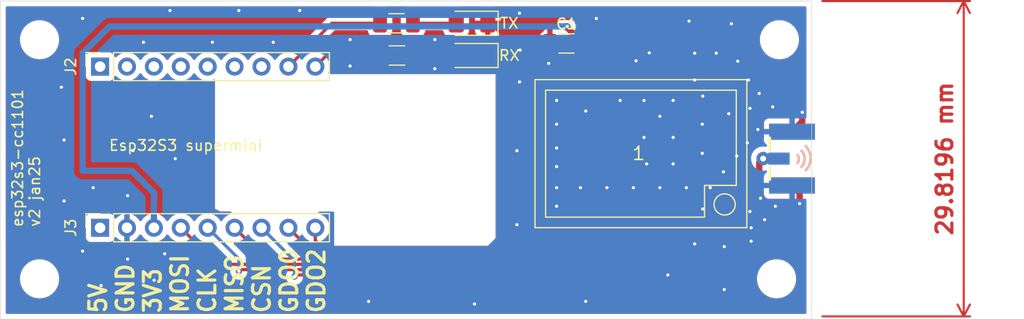
<source format=kicad_pcb>
(kicad_pcb (version 20240108) (generator "pcbnew") (generator_version "8.0")
  (layers (0 "F.Cu" signal) (31 "B.Cu" signal) (34 "B.Paste" user) (35 "F.Paste" user) (36 "B.SilkS" user "B.Silkscreen") (37 "F.SilkS" user "F.Silkscreen") (38 "B.Mask" user) (39 "F.Mask" user) (44 "Edge.Cuts" user))
  (net 0 "")
  (net 1 "/MISO")
  (net 2 "/GND")
  (net 3 "/GDO0")
  (net 4 "/GDO2")
  (net 5 "/CSN")
  (net 6 "/ANT")
  (net 7 "/MOSI")
  (net 8 "/SCK")
  (net 9 "Net-(D1-A)")
  (net 10 "Net-(D2-A)")
  (net 11 "/RX")
  (net 12 "/TX")
  (net 21 "/VCC")
  (footprint "MountingHole:MountingHole_3.2mm_M3" (layer "F.Cu") (at 121.285 48.26)
    (property "Reference" "H3" (hide yes))
    (property "Value" "MountingHole" (hide yes))
    (pad "" np_thru_hole circle (at 0 0) (size 3.2 3.2) (drill 3.2) (layers "*.Cu" "*.Mask"))
  )
  (footprint "CC1101-E07-PI:SMA_PAD" (layer "F.Cu") (at 122.2855 59.5)
    (property "Reference" "J$1" (hide yes))
    (property "Value" "~" (hide yes))
    (fp_arc (start 0.7112 -0.3429) (mid 0.83015 0.0381) (end 0.7112 0.4191) (stroke (width 0.254)) (layer "B.SilkS"))
    (fp_arc (start 1.0795 -0.7493) (mid 1.37508 0.012701) (end 1.079499 0.774701) (stroke (width 0.254)) (layer "B.SilkS"))
    (fp_arc (start 1.4732 -1.1811) (mid 1.946646 -0.038099) (end 1.473199 1.104901) (stroke (width 0.254)) (layer "B.SilkS"))
    (fp_line (start -1.905 -1.9685) (end -1.905 -0.8255) (stroke (width 0.254)) (layer "F.SilkS"))
    (fp_line (start -1.905 0.8255) (end -1.905 1.9685) (stroke (width 0.254)) (layer "F.SilkS"))
    (pad "ANT0" smd roundrect (at -1.04875 0) (size 2.032 1.143) (layers "B.Cu" "B.Paste" "B.Mask") (roundrect_rratio 0.05) (net 6 "/ANT"))
    (pad "ANT1" smd roundrect (at -1.30275 0 180) (size 1.524 1.016) (layers "F.Cu" "F.Paste" "F.Mask") (roundrect_rratio 0.1) (net 6 "/ANT"))
    (pad "ANT2" thru_hole circle (at -2.54 0 180) (size 1.27 1.27) (drill 0.5588) (layers "*.Cu" "*.Mask") (net 6 "/ANT"))
    (pad "GND3" smd rect (at 0.1905 2.54) (size 4.318 1.524) (layers "F.Cu" "F.Mask") (net 2 "/GND"))
    (pad "GND4" smd rect (at 0.1905 -2.54) (size 4.318 1.524) (layers "F.Cu" "F.Mask") (net 2 "/GND"))
    (pad "GND5" smd rect (at 0.1905 -2.54 180) (size 4.318 1.524) (layers "B.Cu" "B.Mask") (net 2 "/GND"))
    (pad "GND6" smd rect (at 0.1905 2.54 180) (size 4.318 1.524) (layers "B.Cu" "B.Mask") (net 2 "/GND"))
    (zone (net 0) (net_name "") (layer "F.Cu") (connect_pads (clearance 0)) (min_thickness 0.25)
      (keepout (tracks not_allowed) (vias not_allowed) (pads not_allowed) (copperpour not_allowed) (footprints allowed))
      (fill (thermal_gap 0.5) (thermal_bridge_width 0.5))
      (polygon (pts (xy 123.492 58.6745) (xy 121.714 58.6745) (xy 121.714 60.3255) (xy 123.492 60.3255)))
    )
  )
  (footprint "Resistor_SMD:R_1206_3216Metric_Pad1.30x1.75mm_HandSolder" (layer "F.Cu") (at 85.135 46.702)
    (property "Reference" "R2" (hide yes))
    (property "Value" "220R" (hide yes))
    (fp_line (start -0.727064 -0.91) (end 0.727064 -0.91) (stroke (width 0.12)) (layer "F.SilkS"))
    (fp_line (start -0.727064 0.91) (end 0.727064 0.91) (stroke (width 0.12)) (layer "F.SilkS"))
    (pad "1" smd roundrect (at -1.55 0) (size 1.3 1.75) (layers "F.Cu" "F.Paste" "F.Mask") (roundrect_rratio 0.192308) (net 12 "/TX"))
    (pad "2" smd roundrect (at 1.55 0) (size 1.3 1.75) (layers "F.Cu" "F.Paste" "F.Mask") (roundrect_rratio 0.192308) (net 10 "Net-(D2-A)"))
  )
  (footprint "Connector_PinSocket_2.54mm:PinSocket_1x09_P2.54mm_Vertical" (layer "F.Cu") (at 57.15 66.04 90)
    (property "Reference" "J3" (at 0 -2.77 270) (layer "F.SilkS"))
    (property "Value" "ESP32s3 supermini" (hide yes))
    (fp_line (start 1.33 -1.33) (end 1.33 0) (stroke (width 0.12)) (layer "F.SilkS"))
    (fp_line (start 0 -1.33) (end 1.33 -1.33) (stroke (width 0.12)) (layer "F.SilkS"))
    (fp_line (start 1.33 1.27) (end 1.33 21.65) (stroke (width 0.12)) (layer "F.SilkS"))
    (fp_line (start -1.33 1.27) (end 1.33 1.27) (stroke (width 0.12)) (layer "F.SilkS"))
    (fp_line (start -1.33 1.27) (end -1.33 21.65) (stroke (width 0.12)) (layer "F.SilkS"))
    (fp_line (start -1.33 21.65) (end 1.33 21.65) (stroke (width 0.12)) (layer "F.SilkS"))
    (pad "1" thru_hole rect (at 0 0 90) (size 1.7 1.7) (drill 1) (layers "*.Cu" "*.Mask"))
    (pad "2" thru_hole oval (at 0 2.54 90) (size 1.7 1.7) (drill 1) (layers "*.Cu" "*.Mask") (net 2 "/GND"))
    (pad "3" thru_hole oval (at 0 5.08 90) (size 1.7 1.7) (drill 1) (layers "*.Cu" "*.Mask") (net 21 "/VCC"))
    (pad "4" thru_hole oval (at 0 7.62 90) (size 1.7 1.7) (drill 1) (layers "*.Cu" "*.Mask") (net 7 "/MOSI"))
    (pad "5" thru_hole oval (at 0 10.16 90) (size 1.7 1.7) (drill 1) (layers "*.Cu" "*.Mask") (net 8 "/SCK"))
    (pad "6" thru_hole oval (at 0 12.7 90) (size 1.7 1.7) (drill 1) (layers "*.Cu" "*.Mask") (net 1 "/MISO"))
    (pad "7" thru_hole oval (at 0 15.24 90) (size 1.7 1.7) (drill 1) (layers "*.Cu" "*.Mask") (net 5 "/CSN"))
    (pad "8" thru_hole oval (at 0 17.78 90) (size 1.7 1.7) (drill 1) (layers "*.Cu" "*.Mask") (net 3 "/GDO0"))
    (pad "9" thru_hole oval (at 0 20.32 90) (size 1.7 1.7) (drill 1) (layers "*.Cu" "*.Mask") (net 4 "/GDO2"))
  )
  (footprint "LED_SMD:LED_1206_3216Metric_Pad1.42x1.75mm_HandSolder" (layer "F.Cu") (at 92.2625 46.702 180)
    (property "Reference" "D2" (hide yes))
    (property "Value" "TX" (at -3.5195 0 180) (layer "F.SilkS"))
    (fp_line (start 1.6 -1.135) (end -2.46 -1.135) (stroke (width 0.12)) (layer "F.SilkS"))
    (fp_line (start -2.46 1.135) (end 1.6 1.135) (stroke (width 0.12)) (layer "F.SilkS"))
    (fp_line (start -2.46 -1.135) (end -2.46 1.135) (stroke (width 0.12)) (layer "F.SilkS"))
    (pad "1" smd roundrect (at -1.4875 0 180) (size 1.425 1.75) (layers "F.Cu" "F.Paste" "F.Mask") (roundrect_rratio 0.175439) (net 2 "/GND"))
    (pad "2" smd roundrect (at 1.4875 0 180) (size 1.425 1.75) (layers "F.Cu" "F.Paste" "F.Mask") (roundrect_rratio 0.175439) (net 10 "Net-(D2-A)"))
  )
  (footprint "MountingHole:MountingHole_3.2mm_M3" (layer "F.Cu") (at 51.435 70.866)
    (property "Reference" "H2" (hide yes))
    (property "Value" "MountingHole" (hide yes))
    (pad "" np_thru_hole circle (at 0 0) (size 3.2 3.2) (drill 3.2) (layers "*.Cu" "*.Mask"))
  )
  (footprint "LED_SMD:LED_1206_3216Metric_Pad1.42x1.75mm_HandSolder" (layer "F.Cu") (at 92.2625 49.75 180)
    (property "Reference" "D1" (hide yes))
    (property "Value" "RX" (at -3.5195 0 180) (layer "F.SilkS"))
    (fp_line (start 1.6 -1.135) (end -2.46 -1.135) (stroke (width 0.12)) (layer "F.SilkS"))
    (fp_line (start -2.46 1.135) (end 1.6 1.135) (stroke (width 0.12)) (layer "F.SilkS"))
    (fp_line (start -2.46 -1.135) (end -2.46 1.135) (stroke (width 0.12)) (layer "F.SilkS"))
    (pad "1" smd roundrect (at -1.4875 0 180) (size 1.425 1.75) (layers "F.Cu" "F.Paste" "F.Mask") (roundrect_rratio 0.175439) (net 2 "/GND"))
    (pad "2" smd roundrect (at 1.4875 0 180) (size 1.425 1.75) (layers "F.Cu" "F.Paste" "F.Mask") (roundrect_rratio 0.175439) (net 9 "Net-(D1-A)"))
  )
  (footprint "MountingHole:MountingHole_3.2mm_M3" (layer "F.Cu") (at 51.435 48.26)
    (property "Reference" "H1" (hide yes))
    (property "Value" "MountingHole" (hide yes))
    (pad "" np_thru_hole circle (at 0 0) (size 3.2 3.2) (drill 3.2) (layers "*.Cu" "*.Mask"))
  )
  (footprint "CC1101-E07-PI:E07-900M10S" (layer "F.Cu") (at 98.21 66.032)
    (property "Reference" "1" (at 9.79 -7.032 0) (layer "F.SilkS") (effects (font (size 1.27 1.27))))
    (property "Value" "~")
    (fp_line (start 0 -14) (end 0 0) (stroke (width 0.127)) (layer "F.SilkS"))
    (fp_line (start 0 0) (end 20 0) (stroke (width 0.127)) (layer "F.SilkS"))
    (fp_line (start 1 -13) (end 19 -13) (stroke (width 0.127)) (layer "F.SilkS"))
    (fp_line (start 1 -1) (end 1 -13) (stroke (width 0.127)) (layer "F.SilkS"))
    (fp_line (start 16 -4) (end 16 -1) (stroke (width 0.127)) (layer "F.SilkS"))
    (fp_line (start 16 -1) (end 1 -1) (stroke (width 0.127)) (layer "F.SilkS"))
    (fp_line (start 19 -13) (end 19 -4) (stroke (width 0.127)) (layer "F.SilkS"))
    (fp_line (start 19 -4) (end 16 -4) (stroke (width 0.127)) (layer "F.SilkS"))
    (fp_line (start 20 -14) (end 0 -14) (stroke (width 0.127)) (layer "F.SilkS"))
    (fp_line (start 20 0) (end 20 -14) (stroke (width 0.127)) (layer "F.SilkS"))
    (fp_circle (center 17.9 -2.2) (end 18.9 -2.2) (stroke (width 0.127)) (fill none) (layer "F.SilkS"))
    (pad "1" smd rect (at 19 -14 90) (size 1.27 0.8) (layers "F.Cu" "F.Paste" "F.Mask") (net 2 "/GND"))
    (pad "2" smd rect (at 17.73 -14 90) (size 1.27 0.8) (layers "F.Cu" "F.Paste" "F.Mask") (net 2 "/GND"))
    (pad "3" smd rect (at 16.46 -14 90) (size 1.27 0.8) (layers "F.Cu" "F.Paste" "F.Mask") (net 2 "/GND"))
    (pad "4" smd rect (at 10.89 -14 90) (size 1.27 0.8) (layers "F.Cu" "F.Paste" "F.Mask") (net 2 "/GND"))
    (pad "5" smd rect (at 9.62 -14 90) (size 1.27 0.8) (layers "F.Cu" "F.Paste" "F.Mask") (net 2 "/GND"))
    (pad "6" smd rect (at 8.35 -14 90) (size 1.27 0.8) (layers "F.Cu" "F.Paste" "F.Mask"))
    (pad "7" smd rect (at 7.08 -14 90) (size 1.27 0.8) (layers "F.Cu" "F.Paste" "F.Mask"))
    (pad "8" smd rect (at 5.81 -14 90) (size 1.27 0.8) (layers "F.Cu" "F.Paste" "F.Mask"))
    (pad "9" smd rect (at 4.54 -14 90) (size 1.27 0.8) (layers "F.Cu" "F.Paste" "F.Mask") (net 21 "/VCC"))
    (pad "10" smd rect (at 3.27 -14 90) (size 1.27 0.8) (layers "F.Cu" "F.Paste" "F.Mask"))
    (pad "11" smd rect (at 2 -14 90) (size 1.27 0.8) (layers "F.Cu" "F.Paste" "F.Mask") (net 2 "/GND"))
    (pad "12" smd rect (at 2 0 90) (size 1.27 0.8) (layers "F.Cu" "F.Paste" "F.Mask") (net 2 "/GND"))
    (pad "13" smd rect (at 3.27 0 90) (size 1.27 0.8) (layers "F.Cu" "F.Paste" "F.Mask"))
    (pad "14" smd rect (at 4.54 0 90) (size 1.27 0.8) (layers "F.Cu" "F.Paste" "F.Mask") (net 4 "/GDO2"))
    (pad "15" smd rect (at 5.81 0 90) (size 1.27 0.8) (layers "F.Cu" "F.Paste" "F.Mask") (net 3 "/GDO0"))
    (pad "16" smd rect (at 7.08 0 90) (size 1.27 0.8) (layers "F.Cu" "F.Paste" "F.Mask") (net 1 "/MISO"))
    (pad "17" smd rect (at 8.35 0 90) (size 1.27 0.8) (layers "F.Cu" "F.Paste" "F.Mask") (net 7 "/MOSI"))
    (pad "18" smd rect (at 9.62 0 90) (size 1.27 0.8) (layers "F.Cu" "F.Paste" "F.Mask") (net 8 "/SCK"))
    (pad "19" smd rect (at 10.89 0 90) (size 1.27 0.8) (layers "F.Cu" "F.Paste" "F.Mask") (net 5 "/CSN"))
    (pad "20" smd rect (at 16.46 0 90) (size 1.27 0.8) (layers "F.Cu" "F.Paste" "F.Mask") (net 2 "/GND"))
    (pad "21" smd rect (at 17.73 0 90) (size 1.27 0.8) (layers "F.Cu" "F.Paste" "F.Mask") (net 6 "/ANT"))
    (pad "22" smd rect (at 19 0 90) (size 1.27 0.8) (layers "F.Cu" "F.Paste" "F.Mask") (net 2 "/GND"))
  )
  (footprint "Resistor_SMD:R_1206_3216Metric_Pad1.30x1.75mm_HandSolder" (layer "F.Cu") (at 85.187 49.75)
    (property "Reference" "R1" (hide yes))
    (property "Value" "220R" (hide yes))
    (fp_line (start -0.727064 -0.91) (end 0.727064 -0.91) (stroke (width 0.12)) (layer "F.SilkS"))
    (fp_line (start -0.727064 0.91) (end 0.727064 0.91) (stroke (width 0.12)) (layer "F.SilkS"))
    (pad "1" smd roundrect (at -1.55 0) (size 1.3 1.75) (layers "F.Cu" "F.Paste" "F.Mask") (roundrect_rratio 0.192308) (net 11 "/RX"))
    (pad "2" smd roundrect (at 1.55 0) (size 1.3 1.75) (layers "F.Cu" "F.Paste" "F.Mask") (roundrect_rratio 0.192308) (net 9 "Net-(D1-A)"))
  )
  (footprint "Connector_PinSocket_2.54mm:PinSocket_1x09_P2.54mm_Vertical" (layer "F.Cu") (at 57.15 50.8 90)
    (property "Reference" "J2" (at 0 -2.77 270) (layer "F.SilkS"))
    (property "Value" "Esp32S3 supermini" (at -7.45 8.1 0) (layer "F.SilkS"))
    (fp_line (start 1.33 -1.33) (end 1.33 0) (stroke (width 0.12)) (layer "F.SilkS"))
    (fp_line (start 0 -1.33) (end 1.33 -1.33) (stroke (width 0.12)) (layer "F.SilkS"))
    (fp_line (start 1.33 1.27) (end 1.33 21.65) (stroke (width 0.12)) (layer "F.SilkS"))
    (fp_line (start -1.33 1.27) (end 1.33 1.27) (stroke (width 0.12)) (layer "F.SilkS"))
    (fp_line (start -1.33 1.27) (end -1.33 21.65) (stroke (width 0.12)) (layer "F.SilkS"))
    (fp_line (start -1.33 21.65) (end 1.33 21.65) (stroke (width 0.12)) (layer "F.SilkS"))
    (pad "1" thru_hole rect (at 0 0 90) (size 1.7 1.7) (drill 1) (layers "*.Cu" "*.Mask"))
    (pad "2" thru_hole oval (at 0 2.54 90) (size 1.7 1.7) (drill 1) (layers "*.Cu" "*.Mask"))
    (pad "3" thru_hole oval (at 0 5.08 90) (size 1.7 1.7) (drill 1) (layers "*.Cu" "*.Mask"))
    (pad "4" thru_hole oval (at 0 7.62 90) (size 1.7 1.7) (drill 1) (layers "*.Cu" "*.Mask"))
    (pad "5" thru_hole oval (at 0 10.16 90) (size 1.7 1.7) (drill 1) (layers "*.Cu" "*.Mask"))
    (pad "6" thru_hole oval (at 0 12.7 90) (size 1.7 1.7) (drill 1) (layers "*.Cu" "*.Mask"))
    (pad "7" thru_hole oval (at 0 15.24 90) (size 1.7 1.7) (drill 1) (layers "*.Cu" "*.Mask"))
    (pad "8" thru_hole oval (at 0 17.78 90) (size 1.7 1.7) (drill 1) (layers "*.Cu" "*.Mask") (net 12 "/TX"))
    (pad "9" thru_hole oval (at 0 20.32 90) (size 1.7 1.7) (drill 1) (layers "*.Cu" "*.Mask") (net 11 "/RX"))
  )
  (footprint "MountingHole:MountingHole_3.2mm_M3" (layer "F.Cu") (at 121.014 70.866)
    (property "Reference" "H4" (hide yes))
    (property "Value" "MountingHole" (hide yes))
    (pad "" np_thru_hole circle (at 0 0) (size 3.2 3.2) (drill 3.2) (layers "*.Cu" "*.Mask"))
  )
  (footprint "Capacitor_SMD:C_1206_3216Metric_Pad1.33x1.80mm_HandSolder" (layer "F.Cu") (at 101.1805 48.61)
    (property "Reference" "C1" (at 0 -1.85 0) (layer "F.SilkS"))
    (property "Value" "100 nF" (hide yes))
    (fp_line (start -0.711252 -0.91) (end 0.711252 -0.91) (stroke (width 0.12)) (layer "F.SilkS"))
    (fp_line (start -0.711252 0.91) (end 0.711252 0.91) (stroke (width 0.12)) (layer "F.SilkS"))
    (pad "1" smd roundrect (at -1.5625 0) (size 1.325 1.8) (layers "F.Cu" "F.Paste" "F.Mask") (roundrect_rratio 0.188679) (net 2 "/GND"))
    (pad "2" smd roundrect (at 1.5625 0) (size 1.325 1.8) (layers "F.Cu" "F.Paste" "F.Mask") (roundrect_rratio 0.188679) (net 21 "/VCC"))
  )
  (gr_rect (start 47.7266 44.6024) (end 124.333 74.676) (stroke (width 0.05)) (fill none) (layer "Edge.Cuts"))
  (gr_text "5V\nGND\n3V3\nMOSI\nCLK\nMISO\nCSN\nGDO0\nGDO2" (at 78.5 74.25 90) (layer "F.SilkS") (effects (font (size 1.6 1.5) (thickness 0.3) (bold yes)) (justify left bottom)))
  (gr_text "esp32s3-cc1101\nv2 jan25" (at 51.562 66.04 90) (layer "F.SilkS") (effects (font (size 1 1)) (justify left bottom)))
  (dimension (type aligned) (layer "F.Cu") (pts (xy 124.841 74.422) (xy 124.841 44.6024)) (height 13.843) (gr_text "29,8196 mm" (at 136.884 59.5122 90) (layer "F.Cu") (effects (font (size 1.5 1.5) (thickness 0.3)))) (format (prefix "") (suffix "") (units 3) (units_format 1) (precision 4)) (style (thickness 0.2) (arrow_length 1.27) (text_position_mode 0) (extension_height 0.58642) (extension_offset 0.5) keep_text_aligned))
  (segment (start 72.81 69) (end 69.85 66.04) (width 0.3) (layer "F.Cu") (net 1))
  (segment (start 103.257 69) (end 72.81 69) (width 0.3) (layer "F.Cu") (net 1))
  (segment (start 105.29 66.032) (end 105.29 66.967) (width 0.3) (layer "F.Cu") (net 1))
  (segment (start 105.29 66.967) (end 103.257 69) (width 0.3) (layer "F.Cu") (net 1))
  (segment (start 103.886 46.228) (end 103.904 46.21) (width 0.6) (layer "F.Cu") (net 2))
  (segment (start 109.1 49.53) (end 113.284 49.53) (width 0.6) (layer "F.Cu") (net 2))
  (segment (start 115.316 49.53) (end 115.824 50.038) (width 0.6) (layer "F.Cu") (net 2))
  (segment (start 116.078 71.882) (end 117.21 70.75) (width 0.6) (layer "F.Cu") (net 2))
  (segment (start 103.886 46.228) (end 103.758 46.1) (width 0.6) (layer "F.Cu") (net 2))
  (segment (start 94.258 49.242) (end 93.75 49.75) (width 0.6) (layer "F.Cu") (net 2))
  (segment (start 109.1 49.53) (end 109.1 52.032) (width 0.6) (layer "F.Cu") (net 2))
  (segment (start 99.618 50.618) (end 99.618 51.44) (width 0.6) (layer "F.Cu") (net 2))
  (segment (start 99.5 50.5) (end 99.618 50.618) (width 0.6) (layer "F.Cu") (net 2))
  (segment (start 96.798 49.242) (end 94.258 49.242) (width 0.6) (layer "F.Cu") (net 2))
  (segment (start 114.67 51.192) (end 114.67 52.032) (width 0.6) (layer "F.Cu") (net 2))
  (segment (start 116.078 71.882) (end 114.67 70.474) (width 0.6) (layer "F.Cu") (net 2))
  (segment (start 103.96 46.21) (end 104 46.25) (width 0.6) (layer "F.Cu") (net 2))
  (segment (start 103.758 46.1) (end 99.94 46.1) (width 0.6) (layer "F.Cu") (net 2))
  (segment (start 103.904 46.21) (end 103.96 46.21) (width 0.6) (layer "F.Cu") (net 2))
  (segment (start 123.19 62.754) (end 122.476 62.04) (width 0.6) (layer "F.Cu") (net 2))
  (segment (start 117.348 50.292) (end 117.21 50.43) (width 0.6) (layer "F.Cu") (net 2))
  (segment (start 115.94 50.154) (end 117.21 50.154) (width 0.6) (layer "F.Cu") (net 2))
  (segment (start 117.21 50.154) (end 117.348 50.292) (width 0.6) (layer "F.Cu") (net 2))
  (segment (start 109 49.5) (end 109.1 49.53) (width 0.6) (layer "F.Cu") (net 2))
  (segment (start 109.1 47.632) (end 109 49.5) (width 0.6) (layer "F.Cu") (net 2))
  (segment (start 117.21 50.43) (end 117.21 52.032) (width 0.6) (layer "F.Cu") (net 2))
  (segment (start 99.618 48.61) (end 99.618 50.382) (width 0.6) (layer "F.Cu") (net 2))
  (segment (start 115.94 50.154) (end 115.94 52.032) (width 0.6) (layer "F.Cu") (net 2))
  (segment (start 113.284 49.53) (end 115.316 49.53) (width 0.6) (layer "F.Cu") (net 2))
  (segment (start 115.824 50.038) (end 115.94 50.154) (width 0.6) (layer "F.Cu") (net 2))
  (segment (start 94.258 46.702) (end 96.798 49.242) (width 0.6) (layer "F.Cu") (net 2))
  (segment (start 117.21 70.75) (end 117.21 66.032) (width 0.6) (layer "F.Cu") (net 2))
  (segment (start 107.83 52.032) (end 109.1 52.032) (width 0.6) (layer "F.Cu") (net 2))
  (segment (start 99.94 46.1) (end 96.798 49.242) (width 0.6) (layer "F.Cu") (net 2))
  (segment (start 123.444 55.992) (end 122.476 56.96) (width 0.6) (layer "F.Cu") (net 2))
  (segment (start 99.618 51.44) (end 100.21 52.032) (width 0.6) (layer "F.Cu") (net 2))
  (segment (start 104 46.25) (end 104.04 46.21) (width 0.6) (layer "F.Cu") (net 2))
  (segment (start 93.75 46.702) (end 94.258 46.702) (width 0.6) (layer "F.Cu") (net 2))
  (segment (start 123.19 63.754) (end 123.19 62.754) (width 0.6) (layer "F.Cu") (net 2))
  (segment (start 115.824 50.038) (end 114.67 51.192) (width 0.6) (layer "F.Cu") (net 2))
  (segment (start 99.618 48.61) (end 97.43 48.61) (width 0.6) (layer "F.Cu") (net 2))
  (segment (start 114.67 70.474) (end 114.67 66.032) (width 0.6) (layer "F.Cu") (net 2))
  (segment (start 104.04 46.21) (end 107.678 46.21) (width 0.6) (layer "F.Cu") (net 2))
  (segment (start 107.678 46.21) (end 109.1 47.632) (width 0.6) (layer "F.Cu") (net 2))
  (segment (start 123.444 55.118) (end 123.444 55.992) (width 0.6) (layer "F.Cu") (net 2))
  (segment (start 99.618 50.382) (end 99.5 50.5) (width 0.6) (layer "F.Cu") (net 2))
  (segment (start 97.43 48.61) (end 96.798 49.242) (width 0.6) (layer "F.Cu") (net 2))
  (via (at 59.75 63) (size 0.6) (drill 0.3) (layers "F.Cu" "B.Cu") (net 2))
  (via (at 100.25 58.5) (size 0.6) (drill 0.3) (layers "F.Cu" "B.Cu") (net 2))
  (via (at 61.25 48.5) (size 0.6) (drill 0.3) (layers "F.Cu" "B.Cu") (net 2))
  (via (at 108.75 60) (size 0.6) (drill 0.3) (layers "F.Cu" "B.Cu") (net 2))
  (via (at 103 55) (size 0.6) (drill 0.3) (layers "F.Cu" "B.Cu") (net 2))
  (via (at 107.75 50.25) (size 0.6) (drill 0.3) (layers "F.Cu" "B.Cu") (net 2))
  (via (at 62 55.5) (size 0.6) (drill 0.3) (layers "F.Cu" "B.Cu") (net 2))
  (via (at 108.5 57.5) (size 0.6) (drill 0.3) (layers "F.Cu" "B.Cu") (net 2))
  (via (at 100.25 62.25) (size 0.6) (drill 0.3) (layers "F.Cu" "B.Cu") (net 2))
  (via (at 73.5 48.5) (size 0.6) (drill 0.3) (layers "F.Cu" "B.Cu") (net 2))
  (via (at 106.25 54) (size 0.6) (drill 0.3) (layers "F.Cu" "B.Cu") (net 2))
  (via (at 96.798 49.242) (size 0.6) (drill 0.3) (layers "F.Cu" "B.Cu") (net 2))
  (via (at 114 56.25) (size 0.6) (drill 0.3) (layers "F.Cu" "B.Cu") (net 2))
  (via (at 110 55.5) (size 0.6) (drill 0.3) (layers "F.Cu" "B.Cu") (net 2))
  (via (at 118.25 58) (size 0.6) (drill 0.3) (layers "F.Cu" "B.Cu") (net 2))
  (via (at 117.25 59.25) (size 0.6) (drill 0.3) (layers "F.Cu" "B.Cu") (net 2))
  (via (at 119.5 63.25) (size 0.6) (drill 0.3) (layers "F.Cu" "B.Cu") (net 2))
  (via (at 114.046 64.262) (size 0.6) (drill 0.3) (layers "F.Cu" "B.Cu") (net 2))
  (via (at 100.25 60.25) (size 0.6) (drill 0.3) (layers "F.Cu" "B.Cu") (net 2))
  (via (at 57.25 71.5) (size 0.6) (drill 0.3) (layers "F.Cu" "B.Cu") (net 2))
  (via (at 80.75 48.25) (size 0.6) (drill 0.3) (layers "F.Cu" "B.Cu") (net 2))
  (via (at 70.25 45.5) (size 0.6) (drill 0.3) (layers "F.Cu" "B.Cu") (net 2))
  (via (at 113.284 67.564) (size 0.6) (drill 0.3) (layers "F.Cu" "B.Cu") (net 2))
  (via (at 99.5 50.5) (size 0.6) (drill 0.3) (layers "F.Cu" "B.Cu") (net 2))
  (via (at 116 60.75) (size 0.6) (drill 0.3) (layers "F.Cu" "B.Cu") (net 2))
  (via (at 88.75 51) (size 0.6) (drill 0.3) (layers "F.Cu" "B.Cu") (net 2))
  (via (at 107.5 62.25) (size 0.6) (drill 0.3) (layers "F.Cu" "B.Cu") (net 2))
  (via (at 116.5 55.25) (size 0.6) (drill 0.3) (layers "F.Cu" "B.Cu") (net 2))
  (via (at 110.75 70.5) (size 0.6) (drill 0.3) (layers "F.Cu" "B.Cu") (net 2))
  (via (at 96.75 45.75) (size 0.6) (drill 0.3) (layers "F.Cu" "B.Cu") (net 2))
  (via (at 105 62.25) (size 0.6) (drill 0.3) (layers "F.Cu" "B.Cu") (net 2))
  (via (at 76 45.5) (size 0.6) (drill 0.3) (layers "F.Cu" "B.Cu") (net 2))
  (via (at 53.75 57.75) (size 0.6) (drill 0.3) (layers "F.Cu" "B.Cu") (net 2))
  (via (at 112.5 62.25) (size 0.6) (drill 0.3) (layers "F.Cu" "B.Cu") (net 2))
  (via (at 114 59) (size 0.6) (drill 0.3) (layers "F.Cu" "B.Cu") (net 2))
  (via (at 115.316 49.53) (size 0.6) (drill 0.3) (layers "F.Cu" "B.Cu") (net 2))
  (via (at 100.25 64) (size 0.6) (drill 0.3) (layers "F.Cu" "B.Cu") (net 2))
  (via (at 116.75 46.75) (size 0.6) (drill 0.3) (layers "F.Cu" "B.Cu") (net 2))
  (via (at 120.904 64.008) (size 0.6) (drill 0.3) (layers "F.Cu" "B.Cu") (net 2))
  (via (at 55.5 46.25) (size 0.6) (drill 0.3) (layers "F.Cu" "B.Cu") (net 2))
  (via (at 118.618 66.04) (size 0.6) (drill 0.3) (layers "F.Cu" "B.Cu") (net 2))
  (via (at 55.5 68.25) (size 0.6) (drill 0.3) (layers "F.Cu" "B.Cu") (net 2))
  (via (at 113.284 52.07) (size 0.6) (drill 0.3) (layers "F.Cu" "B.Cu") (net 2))
  (via (at 114.75 62.25) (size 0.6) (drill 0.3) (layers "F.Cu" "B.Cu") (net 2))
  (via (at 100.25 54) (size 0.6) (drill 0.3) (layers "F.Cu" "B.Cu") (net 2))
  (via (at 82.5 73) (size 0.6) (drill 0.3) (layers "F.Cu" "B.Cu") (net 2))
  (via (at 103 73) (size 0.6) (drill 0.3) (layers "F.Cu" "B.Cu") (net 2))
  (via (at 119.888 65.278) (size 0.6) (drill 0.3) (layers "F.Cu" "B.Cu") (net 2))
  (via (at 116.078 67.818) (size 0.6) (drill 0.3) (layers "F.Cu" "B.Cu") (net 2))
  (via (at 67.75 48.5) (size 0.6) (drill 0.3) (layers "F.Cu" "B.Cu") (net 2))
  (via (at 114.046 53.594) (size 0.6) (drill 0.3) (layers "F.Cu" "B.Cu") (net 2))
  (via (at 113.284 49.53) (size 0.6) (drill 0.3) (layers "F.Cu" "B.Cu") (net 2))
  (via (at 119.38 53.34) (size 0.6) (drill 0.3) (layers "F.Cu" "B.Cu") (net 2))
  (via (at 123.444 55.118) (size 0.6) (drill 0.3) (layers "F.Cu" "B.Cu") (net 2))
  (via (at 118.364 52.07) (size 0.6) (drill 0.3) (layers "F.Cu" "B.Cu") (net 2))
  (via (at 53.75 63.5) (size 0.6) (drill 0.3) (layers "F.Cu" "B.Cu") (net 2))
  (via (at 63.75 45.5) (size 0.6) (drill 0.3) (layers "F.Cu" "B.Cu") (net 2))
  (via (at 53.5 52.75) (size 0.6) (drill 0.3) (layers "F.Cu" "B.Cu") (net 2))
  (via (at 88.75 48.25) (size 0.6) (drill 0.3) (layers "F.Cu" "B.Cu") (net 2))
  (via (at 64.25 59.5) (size 0.6) (drill 0.3) (layers "F.Cu" "B.Cu") (net 2))
  (via (at 123.19 63.754) (size 0.6) (drill 0.3) (layers "F.Cu" "B.Cu") (net 2))
  (via (at 92.5 73.25) (size 0.6) (drill 0.3) (layers "F.Cu" "B.Cu") (net 2))
  (via (at 118.5 64.5) (size 0.6) (drill 0.3) (layers "F.Cu" "B.Cu") (net 2))
  (via (at 102.5 62.25) (size 0.6) (drill 0.3) (layers "F.Cu" "B.Cu") (net 2))
  (via (at 100.25 56.25) (size 0.6) (drill 0.3) (layers "F.Cu" "B.Cu") (net 2))
  (via (at 96.5 58.75) (size 0.6) (drill 0.3) (layers "F.Cu" "B.Cu") (net 2))
  (via (at 118.618 67.31) (size 0.6) (drill 0.3) (layers "F.Cu" "B.Cu") (net 2))
  (via (at 62.25 71) (size 0.6) (drill 0.3) (layers "F.Cu" "B.Cu") (net 2))
  (via (at 111.25 57.5) (size 0.6) (drill 0.3) (layers "F.Cu" "B.Cu") (net 2))
  (via (at 60.25 58.75) (size 0.6) (drill 0.3) (layers "F.Cu" "B.Cu") (net 2))
  (via (at 109 49.5) (size 0.6) (drill 0.3) (layers "F.Cu" "B.Cu") (net 2))
  (via (at 63.25 68.5) (size 0.6) (drill 0.3) (layers "F.Cu" "B.Cu") (net 2))
  (via (at 110 62.25) (size 0.6) (drill 0.3) (layers "F.Cu" "B.Cu") (net 2))
  (via (at 104 46.25) (size 0.6) (drill 0.3) (layers "F.Cu" "B.Cu") (net 2))
  (via (at 118.5 54.75) (size 0.6) (drill 0.3) (layers "F.Cu" "B.Cu") (net 2))
  (via (at 119.25 56.75) (size 0.6) (drill 0.3) (layers "F.Cu" "B.Cu") (net 2))
  (via (at 117.348 50.292) (size 0.6) (drill 0.3) (layers "F.Cu" "B.Cu") (net 2))
  (via (at 96.5 65.75) (size 0.6) (drill 0.3) (layers "F.Cu" "B.Cu") (net 2))
  (via (at 111.25 60) (size 0.6) (drill 0.3) (layers "F.Cu" "B.Cu") (net 2))
  (via (at 80.75 50.75) (size 0.6) (drill 0.3) (layers "F.Cu" "B.Cu") (net 2))
  (via (at 56.5 62.25) (size 0.6) (drill 0.3) (layers "F.Cu" "B.Cu") (net 2))
  (via (at 116.078 71.882) (size 0.6) (drill 0.3) (layers "F.Cu" "B.Cu") (net 2))
  (via (at 111.25 54) (size 0.6) (drill 0.3) (layers "F.Cu" "B.Cu") (net 2))
  (via (at 112.75 46.5) (size 0.6) (drill 0.3) (layers "F.Cu" "B.Cu") (net 2))
  (via (at 59.75 69) (size 0.6) (drill 0.3) (layers "F.Cu" "B.Cu") (net 2))
  (via (at 108.5 54) (size 0.6) (drill 0.3) (layers "F.Cu" "B.Cu") (net 2))
  (via (at 120.65 54.61) (size 0.6) (drill 0.3) (layers "F.Cu" "B.Cu") (net 2))
  (via (at 96.75 52.25) (size 0.6) (drill 0.3) (layers "F.Cu" "B.Cu") (net 2))
  (segment (start 102.487 68.5) (end 77.39 68.5) (width 0.3) (layer "F.Cu") (net 3))
  (segment (start 104.02 66.967) (end 102.487 68.5) (width 0.3) (layer "F.Cu") (net 3))
  (segment (start 104.02 66.032) (end 104.02 66.967) (width 0.3) (layer "F.Cu") (net 3))
  (segment (start 77.39 68.5) (end 74.93 66.04) (width 0.3) (layer "F.Cu") (net 3))
  (segment (start 77.47 67.242081) (end 77.47 66.04) (width 0.3) (layer "F.Cu") (net 4))
  (segment (start 102.75 66.967) (end 101.817 67.9) (width 0.3) (layer "F.Cu") (net 4))
  (segment (start 102.75 66.032) (end 102.75 66.967) (width 0.3) (layer "F.Cu") (net 4))
  (segment (start 78.127919 67.9) (end 77.47 67.242081) (width 0.3) (layer "F.Cu") (net 4))
  (segment (start 101.817 67.9) (end 78.127919 67.9) (width 0.3) (layer "F.Cu") (net 4))
  (segment (start 75.5 70.5) (end 75.5 70.65) (width 0.3) (layer "F.Cu") (net 5))
  (segment (start 109.1 66.032) (end 109.1 66.967) (width 0.3) (layer "F.Cu") (net 5))
  (segment (start 109.1 66.967) (end 105.567 70.5) (width 0.3) (layer "F.Cu") (net 5))
  (segment (start 105.567 70.5) (end 75.5 70.5) (width 0.3) (layer "F.Cu") (net 5))
  (via (at 75.5 70.65) (size 0.6) (drill 0.3) (layers "F.Cu" "B.Cu") (net 5))
  (segment (start 75.5 70.65) (end 75.5 69.15) (width 0.3) (layer "B.Cu") (net 5))
  (segment (start 75.5 69.15) (end 72.39 66.04) (width 0.3) (layer "B.Cu") (net 5))
  (segment (start 119.38 60.198) (end 119.38 59.8655) (width 0.6) (layer "F.Cu") (net 6))
  (segment (start 119.38 60.706) (end 119.38 60.198) (width 0.6) (layer "F.Cu") (net 6))
  (segment (start 115.94 66.032) (end 115.94 63.892) (width 0.6) (layer "F.Cu") (net 6))
  (segment (start 119.38 60.198) (end 120.078 59.5) (width 0.3) (layer "F.Cu") (net 6))
  (segment (start 120.078 59.5) (end 120.98275 59.5) (width 0.3) (layer "F.Cu") (net 6))
  (segment (start 115.94 63.892) (end 118.872 60.96) (width 0.6) (layer "F.Cu") (net 6))
  (segment (start 118.872 60.96) (end 119.126 60.96) (width 0.6) (layer "F.Cu") (net 6))
  (segment (start 119.126 60.96) (end 119.38 60.706) (width 0.6) (layer "F.Cu") (net 6))
  (segment (start 119.38 59.8655) (end 119.7455 59.5) (width 0.3) (layer "F.Cu") (net 6))
  (segment (start 121.17275 59.436) (end 121.23675 59.5) (width 0.3) (layer "B.Cu") (net 6))
  (segment (start 106.56 66.032) (end 106.56 66.967) (width 0.3) (layer "F.Cu") (net 7))
  (segment (start 68.23 69.5) (end 64.77 66.04) (width 0.3) (layer "F.Cu") (net 7))
  (segment (start 104.027 69.5) (end 68.23 69.5) (width 0.3) (layer "F.Cu") (net 7))
  (segment (start 106.56 66.967) (end 104.027 69.5) (width 0.3) (layer "F.Cu") (net 7))
  (segment (start 104.797 70) (end 70.25 70) (width 0.3) (layer "F.Cu") (net 8))
  (segment (start 107.83 66.967) (end 104.797 70) (width 0.3) (layer "F.Cu") (net 8))
  (segment (start 70.25 70) (end 70.25 70.15) (width 0.3) (layer "F.Cu") (net 8))
  (segment (start 107.83 66.032) (end 107.83 66.967) (width 0.3) (layer "F.Cu") (net 8))
  (via (at 70.25 70.15) (size 0.6) (drill 0.3) (layers "F.Cu" "B.Cu") (net 8))
  (segment (start 70.25 70.15) (end 70.25 68.98) (width 0.3) (layer "B.Cu") (net 8))
  (segment (start 70.25 68.98) (end 67.31 66.04) (width 0.3) (layer "B.Cu") (net 8))
  (segment (start 86.737 49.75) (end 90.775 49.75) (width 0.3) (layer "F.Cu") (net 9))
  (segment (start 86.685 46.702) (end 90.775 46.702) (width 0.3) (layer "F.Cu") (net 10))
  (segment (start 83.637 49.75) (end 78.52 49.75) (width 0.3) (layer "F.Cu") (net 11))
  (segment (start 78.52 49.75) (end 77.47 50.8) (width 0.3) (layer "F.Cu") (net 11))
  (segment (start 83.585 46.702) (end 84.098 46.702) (width 0.3) (layer "F.Cu") (net 12))
  (segment (start 83.585 46.702) (end 79.028 46.702) (width 0.3) (layer "F.Cu") (net 12))
  (segment (start 79.028 46.702) (end 74.93 50.8) (width 0.3) (layer "F.Cu") (net 12))
  (segment (start 101.133 47) (end 102.743 48.61) (width 0.6) (layer "F.Cu") (net 21))
  (segment (start 102.743 48.61) (end 102.743 52.025) (width 0.6) (layer "F.Cu") (net 21))
  (segment (start 101.243 47.11) (end 101.25 47.117) (width 0.6) (layer "F.Cu") (net 21))
  (segment (start 102.743 52.025) (end 102.75 52.032) (width 0.6) (layer "F.Cu") (net 21))
  (segment (start 101.25 47) (end 101.133 47) (width 0.6) (layer "F.Cu") (net 21))
  (segment (start 101.25 47.117) (end 101.25 47) (width 0.6) (layer "F.Cu") (net 21))
  (via (at 101.25 47) (size 0.6) (drill 0.3) (layers "F.Cu" "B.Cu") (net 21))
  (segment (start 62.25 62.75) (end 62.25 63.25) (width 0.6) (layer "B.Cu") (net 21))
  (segment (start 62.25 63.25) (end 62.23 63.27) (width 0.6) (layer "B.Cu") (net 21))
  (segment (start 101.25 47) (end 58.05 47) (width 0.6) (layer "B.Cu") (net 21))
  (segment (start 58.05 47) (end 55.5 49.55) (width 0.6) (layer "B.Cu") (net 21))
  (segment (start 62.23 63.27) (end 62.23 66.04) (width 0.6) (layer "B.Cu") (net 21))
  (segment (start 55.5 49.55) (end 55.5 60.647919) (width 0.6) (layer "B.Cu") (net 21))
  (segment (start 55.5 60.647919) (end 60.147919 60.647919) (width 0.6) (layer "B.Cu") (net 21))
  (segment (start 60.147919 60.647919) (end 62.25 62.75) (width 0.6) (layer "B.Cu") (net 21))
  (zone (net 0) (net_name "") (layer "F.Cu") (connect_pads (clearance 0)) (min_thickness 0.25)
    (keepout (tracks allowed) (vias allowed) (pads allowed) (copperpour not_allowed) (footprints allowed))
    (fill (thermal_gap 0.5) (thermal_bridge_width 0.5))
    (polygon (pts (xy 114.664 63.5) (xy 118.11 59.25) (xy 121.268 56.102) (xy 122.538 57.626) (xy 124.57 57.626) (xy 124.57 61.436) (xy 119.569001 62.516999) (xy 116.84 65.803603) (xy 114.664 65.754)))
  )
  (zone (net 2) (net_name "/GND") (layers "F&B.Cu") (connect_pads (clearance 0.5)) (min_thickness 0.25) (fill yes (thermal_gap 0.5) (thermal_bridge_width 0.5))
    (polygon (pts (xy 48.25 45) (xy 48.25 74.5) (xy 124 74.5) (xy 124.25 74.25) (xy 124.25 45) (xy 124 44.75) (xy 48.5 44.75)))
  )
  (zone (net 0) (net_name "") (layers "F&B.Cu") (connect_pads (clearance 0)) (min_thickness 0.25)
    (keepout (tracks not_allowed) (vias not_allowed) (pads not_allowed) (copperpour not_allowed) (footprints allowed))
    (fill (thermal_gap 0.5) (thermal_bridge_width 0.5))
    (polygon (pts (xy 68 52.25) (xy 68 64.25) (xy 68.5 64.5) (xy 79.25 64.5) (xy 79.25 67.75) (xy 93.75 67.75) (xy 94.5 67) (xy 94.5 51.5) (xy 68.5 51.5)))
  )
  (zone (net 0) (net_name "") (layer "B.Cu") (connect_pads (clearance 0)) (min_thickness 0.25)
    (keepout (tracks allowed) (vias allowed) (pads allowed) (copperpour not_allowed) (footprints allowed))
    (fill (thermal_gap 0.5) (thermal_bridge_width 0.5))
    (polygon (pts (xy 120.506 56.991) (xy 124.951 56.991) (xy 124.951 62.071) (xy 120.506 62.071)))
  )
)
</source>
